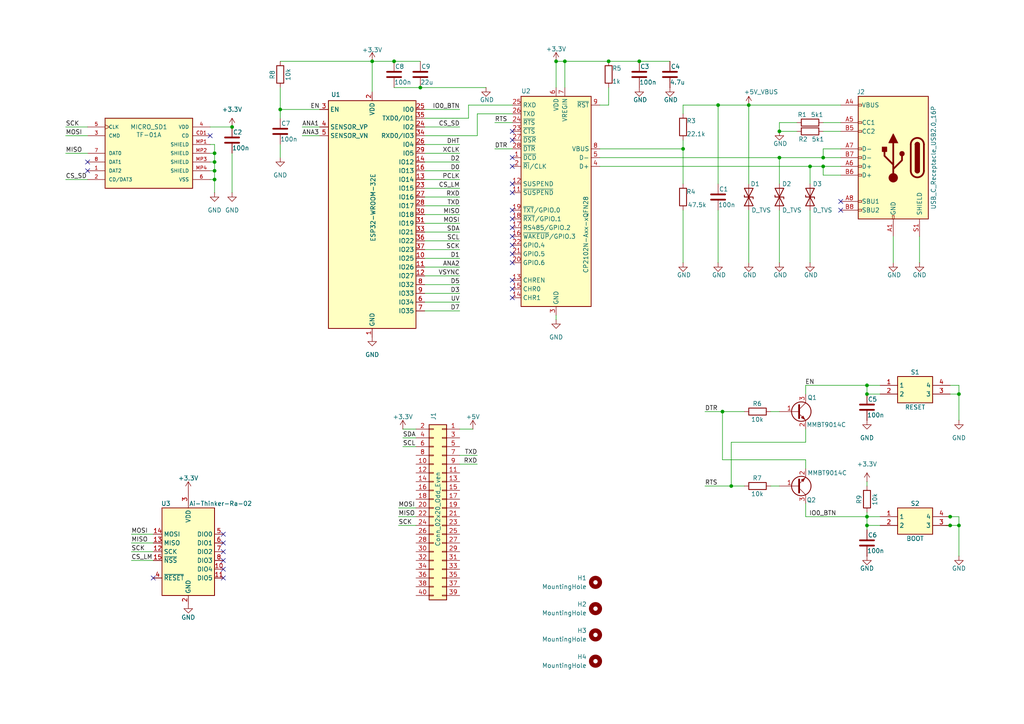
<source format=kicad_sch>
(kicad_sch (version 20231120) (generator "eeschema") (generator_version "8.0")
  (paper "A4")
  (title_block (title "EduSat OBC & Communications Board") (date "2024-08-22") (rev "0") (company "AfriOrbit EduSpace") (comment 1 "Power Electronics and PCB Engineer") (comment 2 "by Denis G. Wachira"))
  (lib_symbols
    (symbol "Connector:USB_C_Receptacle_USB2.0_16P" (pin_names (offset 1.016))
      (property "Reference" "J" (at 0 22.225 0))
      (property "Value" "USB_C_Receptacle_USB2.0_16P" (at 0 19.685 0))
      (symbol "USB_C_Receptacle_USB2.0_16P_1_1"
        (pin passive line (at 0 -22.86 90) (length 5.08) (name "GND") (number "A1"))
        (pin passive line (at 0 -22.86 90) (length 5.08) hide (name "GND") (number "A12"))
        (pin passive line (at 15.24 15.24 180) (length 5.08) (name "VBUS") (number "A4"))
        (pin bidirectional line (at 15.24 10.16 180) (length 5.08) (name "CC1") (number "A5"))
        (pin bidirectional line (at 15.24 -2.54 180) (length 5.08) (name "D+") (number "A6"))
        (pin bidirectional line (at 15.24 2.54 180) (length 5.08) (name "D-") (number "A7"))
        (pin bidirectional line (at 15.24 -12.7 180) (length 5.08) (name "SBU1") (number "A8"))
        (pin passive line (at 15.24 15.24 180) (length 5.08) hide (name "VBUS") (number "A9"))
        (pin passive line (at 0 -22.86 90) (length 5.08) hide (name "GND") (number "B1"))
        (pin passive line (at 0 -22.86 90) (length 5.08) hide (name "GND") (number "B12"))
        (pin passive line (at 15.24 15.24 180) (length 5.08) hide (name "VBUS") (number "B4"))
        (pin bidirectional line (at 15.24 7.62 180) (length 5.08) (name "CC2") (number "B5"))
        (pin bidirectional line (at 15.24 -5.08 180) (length 5.08) (name "D+") (number "B6"))
        (pin bidirectional line (at 15.24 0 180) (length 5.08) (name "D-") (number "B7"))
        (pin bidirectional line (at 15.24 -15.24 180) (length 5.08) (name "SBU2") (number "B8"))
        (pin passive line (at 15.24 15.24 180) (length 5.08) hide (name "VBUS") (number "B9"))
        (pin passive line (at -7.62 -22.86 90) (length 5.08) (name "SHIELD") (number "S1"))
      )
    )
    (symbol "Connector_Generic:Conn_02x20_Odd_Even" (pin_names (offset 1.016) hide)
      (property "Reference" "J" (at 1.27 25.4 0))
      (property "Value" "Conn_02x20_Odd_Even" (at 1.27 -27.94 0))
      (symbol "Conn_02x20_Odd_Even_1_1"
        (pin passive line (at -5.08 22.86 0) (length 3.81) (name "Pin_1") (number "1"))
        (pin passive line (at 7.62 12.7 180) (length 3.81) (name "Pin_10") (number "10"))
        (pin passive line (at -5.08 10.16 0) (length 3.81) (name "Pin_11") (number "11"))
        (pin passive line (at 7.62 10.16 180) (length 3.81) (name "Pin_12") (number "12"))
        (pin passive line (at -5.08 7.62 0) (length 3.81) (name "Pin_13") (number "13"))
        (pin passive line (at 7.62 7.62 180) (length 3.81) (name "Pin_14") (number "14"))
        (pin passive line (at -5.08 5.08 0) (length 3.81) (name "Pin_15") (number "15"))
        (pin passive line (at 7.62 5.08 180) (length 3.81) (name "Pin_16") (number "16"))
        (pin passive line (at -5.08 2.54 0) (length 3.81) (name "Pin_17") (number "17"))
        (pin passive line (at 7.62 2.54 180) (length 3.81) (name "Pin_18") (number "18"))
        (pin passive line (at -5.08 0 0) (length 3.81) (name "Pin_19") (number "19"))
        (pin passive line (at 7.62 22.86 180) (length 3.81) (name "Pin_2") (number "2"))
        (pin passive line (at 7.62 0 180) (length 3.81) (name "Pin_20") (number "20"))
        (pin passive line (at -5.08 -2.54 0) (length 3.81) (name "Pin_21") (number "21"))
        (pin passive line (at 7.62 -2.54 180) (length 3.81) (name "Pin_22") (number "22"))
        (pin passive line (at -5.08 -5.08 0) (length 3.81) (name "Pin_23") (number "23"))
        (pin passive line (at 7.62 -5.08 180) (length 3.81) (name "Pin_24") (number "24"))
        (pin passive line (at -5.08 -7.62 0) (length 3.81) (name "Pin_25") (number "25"))
        (pin passive line (at 7.62 -7.62 180) (length 3.81) (name "Pin_26") (number "26"))
        (pin passive line (at -5.08 -10.16 0) (length 3.81) (name "Pin_27") (number "27"))
        (pin passive line (at 7.62 -10.16 180) (length 3.81) (name "Pin_28") (number "28"))
        (pin passive line (at -5.08 -12.7 0) (length 3.81) (name "Pin_29") (number "29"))
        (pin passive line (at -5.08 20.32 0) (length 3.81) (name "Pin_3") (number "3"))
        (pin passive line (at 7.62 -12.7 180) (length 3.81) (name "Pin_30") (number "30"))
        (pin passive line (at -5.08 -15.24 0) (length 3.81) (name "Pin_31") (number "31"))
        (pin passive line (at 7.62 -15.24 180) (length 3.81) (name "Pin_32") (number "32"))
        (pin passive line (at -5.08 -17.78 0) (length 3.81) (name "Pin_33") (number "33"))
        (pin passive line (at 7.62 -17.78 180) (length 3.81) (name "Pin_34") (number "34"))
        (pin passive line (at -5.08 -20.32 0) (length 3.81) (name "Pin_35") (number "35"))
        (pin passive line (at 7.62 -20.32 180) (length 3.81) (name "Pin_36") (number "36"))
        (pin passive line (at -5.08 -22.86 0) (length 3.81) (name "Pin_37") (number "37"))
        (pin passive line (at 7.62 -22.86 180) (length 3.81) (name "Pin_38") (number "38"))
        (pin passive line (at -5.08 -25.4 0) (length 3.81) (name "Pin_39") (number "39"))
        (pin passive line (at 7.62 20.32 180) (length 3.81) (name "Pin_4") (number "4"))
        (pin passive line (at 7.62 -25.4 180) (length 3.81) (name "Pin_40") (number "40"))
        (pin passive line (at -5.08 17.78 0) (length 3.81) (name "Pin_5") (number "5"))
        (pin passive line (at 7.62 17.78 180) (length 3.81) (name "Pin_6") (number "6"))
        (pin passive line (at -5.08 15.24 0) (length 3.81) (name "Pin_7") (number "7"))
        (pin passive line (at 7.62 15.24 180) (length 3.81) (name "Pin_8") (number "8"))
        (pin passive line (at -5.08 12.7 0) (length 3.81) (name "Pin_9") (number "9"))
      )
    )
    (symbol "Device:C" (pin_numbers hide) (pin_names (offset 0.254))
      (property "Reference" "C" (at 0.635 2.54 0))
      (property "Value" "C" (at 0.635 -2.54 0))
      (symbol "C_1_1"
        (pin passive line (at 0 3.81 270) (length 2.794) (name "~") (number "1"))
        (pin passive line (at 0 -3.81 90) (length 2.794) (name "~") (number "2"))
      )
    )
    (symbol "Device:D_TVS" (pin_numbers hide) (pin_names (offset 1.016) hide)
      (property "Reference" "D" (at 0 2.54 0))
      (property "Value" "D_TVS" (at 0 -2.54 0))
      (symbol "D_TVS_1_1"
        (pin passive line (at -3.81 0 0) (length 2.54) (name "A1") (number "1"))
        (pin passive line (at 3.81 0 180) (length 2.54) (name "A2") (number "2"))
      )
    )
    (symbol "Device:R" (pin_numbers hide) (pin_names (offset 0))
      (property "Reference" "R" (at 2.032 0 90))
      (property "Value" "R" (at 0 0 90))
      (symbol "R_1_1"
        (pin passive line (at 0 3.81 270) (length 1.27) (name "~") (number "1"))
        (pin passive line (at 0 -3.81 90) (length 1.27) (name "~") (number "2"))
      )
    )
    (symbol "Interface_USB:CP2102N-Axx-xQFN28"
      (property "Reference" "U2" (at 7.366 32.004 0))
      (property "Value" "CP2102N-Axx-xQFN28" (at -8.636 -20.828 90))
      (symbol "CP2102N-Axx-xQFN28_1_1"
        (pin input line (at 12.7 12.7 180) (length 2.54) (name "~{DCD}") (number "1"))
        (pin no_connect line (at -10.16 -27.94 0) (length 2.54) hide (name "NC") (number "10"))
        (pin output line (at 12.7 2.54 180) (length 2.54) (name "~{SUSPEND}") (number "11"))
        (pin output line (at 12.7 5.08 180) (length 2.54) (name "SUSPEND") (number "12"))
        (pin output line (at 12.7 -22.86 180) (length 2.54) (name "CHREN") (number "13"))
        (pin output line (at 12.7 -27.94 180) (length 2.54) (name "CHR1") (number "14"))
        (pin output line (at 12.7 -25.4 180) (length 2.54) (name "CHR0") (number "15"))
        (pin bidirectional line (at 12.7 -10.16 180) (length 2.54) (name "~{WAKEUP}/GPIO.3") (number "16"))
        (pin bidirectional line (at 12.7 -7.62 180) (length 2.54) (name "RS485/GPIO.2") (number "17"))
        (pin bidirectional line (at 12.7 -5.08 180) (length 2.54) (name "~{RXT}/GPIO.1") (number "18"))
        (pin bidirectional line (at 12.7 -2.54 180) (length 2.54) (name "~{TXT}/GPIO.0") (number "19"))
        (pin bidirectional line (at 12.7 10.16 180) (length 2.54) (name "~{RI}/CLK") (number "2"))
        (pin bidirectional line (at 12.7 -17.78 180) (length 2.54) (name "GPIO.6") (number "20"))
        (pin bidirectional line (at 12.7 -15.24 180) (length 2.54) (name "GPIO.5") (number "21"))
        (pin bidirectional line (at 12.7 -12.7 180) (length 2.54) (name "GPIO.4") (number "22"))
        (pin input line (at 12.7 20.32 180) (length 2.54) (name "~{CTS}") (number "23"))
        (pin output line (at 12.7 22.86 180) (length 2.54) (name "~{RTS}") (number "24"))
        (pin input line (at 12.7 27.94 180) (length 2.54) (name "RXD") (number "25"))
        (pin output line (at 12.7 25.4 180) (length 2.54) (name "TXD") (number "26"))
        (pin input line (at 12.7 17.78 180) (length 2.54) (name "~{DSR}") (number "27"))
        (pin output line (at 12.7 15.24 180) (length 2.54) (name "~{DTR}") (number "28"))
        (pin passive line (at 0 -33.02 90) (length 2.54) hide (name "GND") (number "29"))
        (pin power_in line (at 0 -33.02 90) (length 2.54) (name "GND") (number "3"))
        (pin bidirectional line (at -12.7 10.16 0) (length 2.54) (name "D+") (number "4"))
        (pin bidirectional line (at -12.7 12.7 0) (length 2.54) (name "D-") (number "5"))
        (pin power_in line (at 0 33.02 270) (length 2.54) (name "VDD") (number "6"))
        (pin power_in line (at -2.54 33.02 270) (length 2.54) (name "VREGIN") (number "7"))
        (pin input line (at -12.7 15.24 0) (length 2.54) (name "VBUS") (number "8"))
        (pin input line (at -12.7 27.94 0) (length 2.54) (name "~{RST}") (number "9"))
      )
    )
    (symbol "Mechanical:MountingHole" (pin_names (offset 1.016))
      (property "Reference" "H" (at 0 5.08 0))
      (property "Value" "MountingHole" (at 0 3.175 0))
    )
    (symbol "PTS647SM50SMTR2LFS:PTS647SM50SMTR2LFS"
      (property "Reference" "S" (at 16.51 7.62 0))
      (property "Value" "PTS647SM50SMTR2LFS" (at 16.51 5.08 0))
      (symbol "PTS647SM50SMTR2LFS_1_1"
        (pin passive line (at 0 0 0) (length 5.08) (name "1") (number "1"))
        (pin passive line (at 0 -2.54 0) (length 5.08) (name "2") (number "2"))
        (pin passive line (at 20.32 -2.54 180) (length 5.08) (name "3") (number "3"))
        (pin passive line (at 20.32 0 180) (length 5.08) (name "4") (number "4"))
      )
    )
    (symbol "RF_Module:Ai-Thinker-Ra-02"
      (property "Reference" "U" (at 2.54 19.05 0))
      (property "Value" "Ai-Thinker-Ra-02" (at 13.97 -15.24 0))
      (symbol "Ai-Thinker-Ra-02_1_1"
        (pin passive line (at 0 -15.24 90) (length 2.54) hide (name "GND") (number "1"))
        (pin bidirectional line (at 10.16 -5.08 180) (length 2.54) (name "DIO4") (number "10"))
        (pin bidirectional line (at 10.16 -7.62 180) (length 2.54) (name "DIO5") (number "11"))
        (pin input line (at -10.16 0 0) (length 2.54) (name "SCK") (number "12"))
        (pin output line (at -10.16 2.54 0) (length 2.54) (name "MISO") (number "13"))
        (pin input line (at -10.16 5.08 0) (length 2.54) (name "MOSI") (number "14"))
        (pin input line (at -10.16 -2.54 0) (length 2.54) (name "~{NSS}") (number "15"))
        (pin passive line (at 0 -15.24 90) (length 2.54) hide (name "GND") (number "16"))
        (pin power_in line (at 0 -15.24 90) (length 2.54) (name "GND") (number "2"))
        (pin power_in line (at 0 17.78 270) (length 5.08) (name "VDD") (number "3"))
        (pin input line (at -10.16 -7.62 0) (length 2.54) (name "~{RESET}") (number "4"))
        (pin bidirectional line (at 10.16 5.08 180) (length 2.54) (name "DIO0") (number "5"))
        (pin bidirectional line (at 10.16 2.54 180) (length 2.54) (name "DIO1") (number "6"))
        (pin bidirectional line (at 10.16 0 180) (length 2.54) (name "DIO2") (number "7"))
        (pin bidirectional line (at 10.16 -2.54 180) (length 2.54) (name "DIO3") (number "8"))
        (pin passive line (at 0 -15.24 90) (length 2.54) hide (name "GND") (number "9"))
      )
    )
    (symbol "RF_Module:ESP32-WROOM-32E"
      (property "Reference" "U" (at -12.7 34.29 0))
      (property "Value" "ESP32-WROOM-32E" (at 1.27 34.29 0))
      (symbol "ESP32-WROOM-32E_1_1"
        (pin power_in line (at 0 -35.56 90) (length 2.54) (name "GND") (number "1"))
        (pin bidirectional line (at 15.24 -12.7 180) (length 2.54) (name "IO25") (number "10"))
        (pin bidirectional line (at 15.24 -15.24 180) (length 2.54) (name "IO26") (number "11"))
        (pin bidirectional line (at 15.24 -17.78 180) (length 2.54) (name "IO27") (number "12"))
        (pin bidirectional line (at 15.24 10.16 180) (length 2.54) (name "IO14") (number "13"))
        (pin bidirectional line (at 15.24 15.24 180) (length 2.54) (name "IO12") (number "14"))
        (pin passive line (at 0 -35.56 90) (length 2.54) hide (name "GND") (number "15"))
        (pin bidirectional line (at 15.24 12.7 180) (length 2.54) (name "IO13") (number "16"))
        (pin no_connect line (at -12.7 -5.08 0) (length 2.54) hide (name "NC") (number "17"))
        (pin no_connect line (at -12.7 -7.62 0) (length 2.54) hide (name "NC") (number "18"))
        (pin no_connect line (at -12.7 -12.7 0) (length 2.54) hide (name "NC") (number "19"))
        (pin power_in line (at 0 35.56 270) (length 2.54) (name "VDD") (number "2"))
        (pin no_connect line (at -12.7 -10.16 0) (length 2.54) hide (name "NC") (number "20"))
        (pin no_connect line (at -12.7 0 0) (length 2.54) hide (name "NC") (number "21"))
        (pin no_connect line (at -12.7 -2.54 0) (length 2.54) hide (name "NC") (number "22"))
        (pin bidirectional line (at 15.24 7.62 180) (length 2.54) (name "IO15") (number "23"))
        (pin bidirectional line (at 15.24 25.4 180) (length 2.54) (name "IO2") (number "24"))
        (pin bidirectional line (at 15.24 30.48 180) (length 2.54) (name "IO0") (number "25"))
        (pin bidirectional line (at 15.24 20.32 180) (length 2.54) (name "IO4") (number "26"))
        (pin bidirectional line (at 15.24 5.08 180) (length 2.54) (name "IO16") (number "27"))
        (pin bidirectional line (at 15.24 2.54 180) (length 2.54) (name "IO17") (number "28"))
        (pin bidirectional line (at 15.24 17.78 180) (length 2.54) (name "IO5") (number "29"))
        (pin input line (at -15.24 30.48 0) (length 2.54) (name "EN") (number "3"))
        (pin bidirectional line (at 15.24 0 180) (length 2.54) (name "IO18") (number "30"))
        (pin bidirectional line (at 15.24 -2.54 180) (length 2.54) (name "IO19") (number "31"))
        (pin no_connect line (at -12.7 -27.94 0) (length 2.54) hide (name "NC") (number "32"))
        (pin bidirectional line (at 15.24 -5.08 180) (length 2.54) (name "IO21") (number "33"))
        (pin bidirectional line (at 15.24 22.86 180) (length 2.54) (name "RXD0/IO3") (number "34"))
        (pin bidirectional line (at 15.24 27.94 180) (length 2.54) (name "TXD0/IO1") (number "35"))
        (pin bidirectional line (at 15.24 -7.62 180) (length 2.54) (name "IO22") (number "36"))
        (pin bidirectional line (at 15.24 -10.16 180) (length 2.54) (name "IO23") (number "37"))
        (pin passive line (at 0 -35.56 90) (length 2.54) hide (name "GND") (number "38"))
        (pin passive line (at 0 -35.56 90) (length 2.54) hide (name "GND") (number "39"))
        (pin input line (at -15.24 25.4 0) (length 2.54) (name "SENSOR_VP") (number "4"))
        (pin input line (at -15.24 22.86 0) (length 2.54) (name "SENSOR_VN") (number "5"))
        (pin input line (at 15.24 -25.4 180) (length 2.54) (name "IO34") (number "6"))
        (pin input line (at 15.24 -27.94 180) (length 2.54) (name "IO35") (number "7"))
        (pin bidirectional line (at 15.24 -20.32 180) (length 2.54) (name "IO32") (number "8"))
        (pin bidirectional line (at 15.24 -22.86 180) (length 2.54) (name "IO33") (number "9"))
      )
    )
    (symbol "TF-01A:TF-01A" (pin_names (offset 1.016))
      (property "Reference" "MICRO_SD1" (at 0 15.24 0))
      (property "Value" "TF-01A" (at 0 12.7 0))
      (symbol "TF-01A_0_0"
        (pin bidirectional line (at -17.78 -5.08 0) (length 5.08) (name "DAT2") (number "1"))
        (pin bidirectional line (at -17.78 -7.62 0) (length 5.08) (name "CD/DAT3") (number "2"))
        (pin bidirectional line (at -17.78 5.08 0) (length 5.08) (name "CMD") (number "3"))
        (pin power_in line (at 17.78 7.62 180) (length 5.08) (name "VDD") (number "4"))
        (pin bidirectional clock (at -17.78 7.62 0) (length 5.08) (name "CLK") (number "5"))
        (pin power_in line (at 17.78 -7.62 180) (length 5.08) (name "VSS") (number "6"))
        (pin bidirectional line (at -17.78 0 0) (length 5.08) (name "DAT0") (number "7"))
        (pin bidirectional line (at -17.78 -2.54 0) (length 5.08) (name "DAT1") (number "8"))
        (pin passive line (at 17.78 5.08 180) (length 5.08) (name "CD") (number "CD1"))
        (pin power_in line (at 17.78 2.54 180) (length 5.08) (name "SHIELD") (number "MP1"))
        (pin power_in line (at 17.78 0 180) (length 5.08) (name "SHIELD") (number "MP2"))
        (pin power_in line (at 17.78 -2.54 180) (length 5.08) (name "SHIELD") (number "MP3"))
        (pin power_in line (at 17.78 -5.08 180) (length 5.08) (name "SHIELD") (number "MP4"))
      )
    )
    (symbol "Transistor_BJT:BC848" (pin_names (offset 0) hide)
      (property "Reference" "Q" (at 5.08 1.905 0))
      (property "Value" "BC848" (at 5.08 0 0))
      (symbol "BC848_1_1"
        (pin input line (at -5.08 0 0) (length 5.715) (name "B") (number "1"))
        (pin passive line (at 2.54 -5.08 90) (length 2.54) (name "E") (number "2"))
        (pin passive line (at 2.54 5.08 270) (length 2.54) (name "C") (number "3"))
      )
    )
    (symbol "power:+3.3V" (power) (pin_numbers hide) (pin_names (offset 0) hide)
      (property "Value" "+3.3V" (at 0 3.556 0))
      (symbol "+3.3V_1_1"
        (pin power_in line (at 0 0 90) (length 0) (name "~") (number "1"))
      )
    )
    (symbol "power:+5V" (power) (pin_numbers hide) (pin_names (offset 0) hide)
      (property "Value" "+5V" (at 0 3.556 0))
      (symbol "+5V_1_1"
        (pin power_in line (at 0 0 90) (length 0) (name "~") (number "1"))
      )
    )
    (symbol "power:GND" (power) (pin_numbers hide) (pin_names (offset 0) hide)
      (property "Value" "GND" (at 0 -3.81 0))
      (symbol "GND_1_1"
        (pin power_in line (at 0 0 270) (length 0) (name "~") (number "1"))
      )
    )
    (symbol "power:VBUS" (power) (pin_numbers hide) (pin_names (offset 0) hide)
      (property "Value" "VBUS" (at 0 3.556 0))
      (symbol "VBUS_1_1"
        (pin power_in line (at 0 0 90) (length 0) (name "~") (number "1"))
      )
    )
  )
  (junction (at 251.46 111.76))
  (junction (at 238.76 48.26))
  (junction (at 278.13 152.4))
  (junction (at 209.55 119.38))
  (junction (at 251.46 149.86))
  (junction (at 176.53 17.78))
  (junction (at 163.83 17.78))
  (junction (at 278.13 114.3))
  (junction (at 208.28 30.48))
  (junction (at 67.31 36.83))
  (junction (at 161.29 17.78))
  (junction (at 62.23 52.07))
  (junction (at 226.06 45.72))
  (junction (at 234.95 48.26))
  (junction (at 198.12 43.18))
  (junction (at 238.76 45.72))
  (junction (at 251.46 114.3))
  (junction (at 114.3 17.78))
  (junction (at 81.28 31.75))
  (junction (at 107.95 17.78))
  (junction (at 226.06 38.1))
  (junction (at 275.59 149.86))
  (junction (at 121.92 25.4))
  (junction (at 275.59 152.4))
  (junction (at 185.42 17.78))
  (junction (at 62.23 46.99))
  (junction (at 62.23 44.45))
  (junction (at 217.17 30.48))
  (junction (at 62.23 49.53))
  (junction (at 251.46 152.4))
  (junction (at 212.09 140.97))
  (no_connect (at 60.96 39.37))
  (no_connect (at 148.59 55.88))
  (no_connect (at 148.59 81.28))
  (no_connect (at 64.77 157.48))
  (no_connect (at 25.4 46.99))
  (no_connect (at 64.77 165.1))
  (no_connect (at 148.59 60.96))
  (no_connect (at 64.77 162.56))
  (no_connect (at 243.84 60.96))
  (no_connect (at 148.59 71.12))
  (no_connect (at 25.4 49.53))
  (no_connect (at 243.84 58.42))
  (no_connect (at 148.59 40.64))
  (no_connect (at 44.45 167.64))
  (no_connect (at 148.59 38.1))
  (no_connect (at 148.59 45.72))
  (no_connect (at 64.77 160.02))
  (no_connect (at 148.59 83.82))
  (no_connect (at 64.77 167.64))
  (no_connect (at 64.77 154.94))
  (no_connect (at 148.59 68.58))
  (no_connect (at 148.59 73.66))
  (no_connect (at 148.59 86.36))
  (no_connect (at 148.59 48.26))
  (no_connect (at 148.59 76.2))
  (no_connect (at 148.59 63.5))
  (no_connect (at 148.59 66.04))
  (no_connect (at 148.59 53.34))
  (wire (pts (xy 251.46 148.59) (xy 251.46 149.86)))
  (wire (pts (xy 204.47 119.38) (xy 209.55 119.38)))
  (wire (pts (xy 278.13 111.76) (xy 278.13 114.3)))
  (wire (pts (xy 233.68 133.35) (xy 233.68 135.89)))
  (wire (pts (xy 176.53 17.78) (xy 185.42 17.78)))
  (wire (pts (xy 123.19 54.61) (xy 133.35 54.61)))
  (wire (pts (xy 81.28 31.75) (xy 92.71 31.75)))
  (wire (pts (xy 278.13 114.3) (xy 278.13 121.92)))
  (wire (pts (xy 226.06 35.56) (xy 226.06 38.1)))
  (wire (pts (xy 173.99 43.18) (xy 198.12 43.18)))
  (wire (pts (xy 226.06 45.72) (xy 226.06 53.34)))
  (wire (pts (xy 121.92 25.4) (xy 140.97 25.4)))
  (wire (pts (xy 226.06 45.72) (xy 238.76 45.72)))
  (wire (pts (xy 135.89 30.48) (xy 148.59 30.48)))
  (wire (pts (xy 208.28 60.96) (xy 208.28 76.2)))
  (wire (pts (xy 238.76 43.18) (xy 238.76 45.72)))
  (wire (pts (xy 238.76 50.8) (xy 238.76 48.26)))
  (wire (pts (xy 212.09 140.97) (xy 215.9 140.97)))
  (wire (pts (xy 163.83 17.78) (xy 176.53 17.78)))
  (wire (pts (xy 107.95 17.78) (xy 107.95 26.67)))
  (wire (pts (xy 123.19 52.07) (xy 133.35 52.07)))
  (wire (pts (xy 19.05 36.83) (xy 25.4 36.83)))
  (wire (pts (xy 198.12 30.48) (xy 198.12 33.02)))
  (wire (pts (xy 123.19 41.91) (xy 133.35 41.91)))
  (wire (pts (xy 238.76 45.72) (xy 243.84 45.72)))
  (wire (pts (xy 275.59 149.86) (xy 278.13 149.86)))
  (wire (pts (xy 115.57 149.86) (xy 120.65 149.86)))
  (wire (pts (xy 217.17 30.48) (xy 243.84 30.48)))
  (wire (pts (xy 123.19 46.99) (xy 133.35 46.99)))
  (wire (pts (xy 123.19 57.15) (xy 133.35 57.15)))
  (wire (pts (xy 234.95 48.26) (xy 234.95 53.34)))
  (wire (pts (xy 133.35 134.62) (xy 138.43 134.62)))
  (wire (pts (xy 233.68 114.3) (xy 233.68 111.76)))
  (wire (pts (xy 19.05 52.07) (xy 25.4 52.07)))
  (wire (pts (xy 62.23 52.07) (xy 62.23 55.88)))
  (wire (pts (xy 107.95 17.78) (xy 81.28 17.78)))
  (wire (pts (xy 161.29 17.78) (xy 163.83 17.78)))
  (wire (pts (xy 209.55 133.35) (xy 209.55 119.38)))
  (wire (pts (xy 114.3 25.4) (xy 121.92 25.4)))
  (wire (pts (xy 133.35 132.08) (xy 138.43 132.08)))
  (wire (pts (xy 274.32 152.4) (xy 275.59 152.4)))
  (wire (pts (xy 173.99 45.72) (xy 226.06 45.72)))
  (wire (pts (xy 233.68 149.86) (xy 251.46 149.86)))
  (wire (pts (xy 137.16 124.46) (xy 133.35 124.46)))
  (wire (pts (xy 116.84 129.54) (xy 120.65 129.54)))
  (wire (pts (xy 123.19 44.45) (xy 133.35 44.45)))
  (wire (pts (xy 123.19 80.01) (xy 133.35 80.01)))
  (wire (pts (xy 62.23 49.53) (xy 62.23 52.07)))
  (wire (pts (xy 208.28 30.48) (xy 208.28 53.34)))
  (wire (pts (xy 259.08 68.58) (xy 259.08 76.2)))
  (wire (pts (xy 38.1 157.48) (xy 44.45 157.48)))
  (wire (pts (xy 243.84 38.1) (xy 238.76 38.1)))
  (wire (pts (xy 233.68 128.27) (xy 212.09 128.27)))
  (wire (pts (xy 233.68 128.27) (xy 233.68 124.46)))
  (wire (pts (xy 60.96 41.91) (xy 62.23 41.91)))
  (wire (pts (xy 123.19 72.39) (xy 133.35 72.39)))
  (wire (pts (xy 278.13 114.3) (xy 275.59 114.3)))
  (wire (pts (xy 198.12 40.64) (xy 198.12 43.18)))
  (wire (pts (xy 274.32 149.86) (xy 275.59 149.86)))
  (wire (pts (xy 251.46 152.4) (xy 255.27 152.4)))
  (wire (pts (xy 278.13 152.4) (xy 278.13 161.29)))
  (wire (pts (xy 67.31 44.45) (xy 67.31 55.88)))
  (wire (pts (xy 173.99 30.48) (xy 176.53 30.48)))
  (wire (pts (xy 173.99 48.26) (xy 234.95 48.26)))
  (wire (pts (xy 60.96 44.45) (xy 62.23 44.45)))
  (wire (pts (xy 38.1 154.94) (xy 44.45 154.94)))
  (wire (pts (xy 275.59 111.76) (xy 278.13 111.76)))
  (wire (pts (xy 123.19 62.23) (xy 133.35 62.23)))
  (wire (pts (xy 123.19 87.63) (xy 133.35 87.63)))
  (wire (pts (xy 123.19 31.75) (xy 133.35 31.75)))
  (wire (pts (xy 81.28 41.91) (xy 81.28 45.72)))
  (wire (pts (xy 38.1 160.02) (xy 44.45 160.02)))
  (wire (pts (xy 123.19 85.09) (xy 133.35 85.09)))
  (wire (pts (xy 143.51 43.18) (xy 148.59 43.18)))
  (wire (pts (xy 123.19 82.55) (xy 133.35 82.55)))
  (wire (pts (xy 123.19 69.85) (xy 133.35 69.85)))
  (wire (pts (xy 233.68 111.76) (xy 251.46 111.76)))
  (wire (pts (xy 243.84 35.56) (xy 238.76 35.56)))
  (wire (pts (xy 19.05 44.45) (xy 25.4 44.45)))
  (wire (pts (xy 148.59 33.02) (xy 138.43 33.02)))
  (wire (pts (xy 38.1 162.56) (xy 44.45 162.56)))
  (wire (pts (xy 115.57 152.4) (xy 120.65 152.4)))
  (wire (pts (xy 234.95 60.96) (xy 234.95 76.2)))
  (wire (pts (xy 204.47 140.97) (xy 212.09 140.97)))
  (wire (pts (xy 226.06 38.1) (xy 231.14 38.1)))
  (wire (pts (xy 161.29 25.4) (xy 161.29 17.78)))
  (wire (pts (xy 123.19 64.77) (xy 133.35 64.77)))
  (wire (pts (xy 223.52 119.38) (xy 226.06 119.38)))
  (wire (pts (xy 123.19 67.31) (xy 133.35 67.31)))
  (wire (pts (xy 107.95 17.78) (xy 114.3 17.78)))
  (wire (pts (xy 251.46 114.3) (xy 251.46 111.76)))
  (wire (pts (xy 123.19 34.29) (xy 135.89 34.29)))
  (wire (pts (xy 62.23 44.45) (xy 62.23 46.99)))
  (wire (pts (xy 115.57 147.32) (xy 120.65 147.32)))
  (wire (pts (xy 120.65 124.46) (xy 116.84 124.46)))
  (wire (pts (xy 114.3 17.78) (xy 121.92 17.78)))
  (wire (pts (xy 212.09 128.27) (xy 212.09 140.97)))
  (wire (pts (xy 198.12 30.48) (xy 208.28 30.48)))
  (wire (pts (xy 251.46 111.76) (xy 255.27 111.76)))
  (wire (pts (xy 266.7 68.58) (xy 266.7 76.2)))
  (wire (pts (xy 223.52 140.97) (xy 226.06 140.97)))
  (wire (pts (xy 135.89 34.29) (xy 135.89 30.48)))
  (wire (pts (xy 208.28 30.48) (xy 217.17 30.48)))
  (wire (pts (xy 87.63 36.83) (xy 92.71 36.83)))
  (wire (pts (xy 62.23 46.99) (xy 62.23 49.53)))
  (wire (pts (xy 123.19 36.83) (xy 133.35 36.83)))
  (wire (pts (xy 217.17 53.34) (xy 217.17 30.48)))
  (wire (pts (xy 62.23 41.91) (xy 62.23 44.45)))
  (wire (pts (xy 123.19 74.93) (xy 133.35 74.93)))
  (wire (pts (xy 251.46 139.7) (xy 251.46 140.97)))
  (wire (pts (xy 243.84 43.18) (xy 238.76 43.18)))
  (wire (pts (xy 87.63 39.37) (xy 92.71 39.37)))
  (wire (pts (xy 234.95 48.26) (xy 238.76 48.26)))
  (wire (pts (xy 251.46 152.4) (xy 251.46 153.67)))
  (wire (pts (xy 123.19 90.17) (xy 133.35 90.17)))
  (wire (pts (xy 176.53 30.48) (xy 176.53 25.4)))
  (wire (pts (xy 238.76 48.26) (xy 243.84 48.26)))
  (wire (pts (xy 233.68 133.35) (xy 209.55 133.35)))
  (wire (pts (xy 123.19 77.47) (xy 133.35 77.47)))
  (wire (pts (xy 60.96 52.07) (xy 62.23 52.07)))
  (wire (pts (xy 143.51 35.56) (xy 148.59 35.56)))
  (wire (pts (xy 275.59 152.4) (xy 278.13 152.4)))
  (wire (pts (xy 138.43 33.02) (xy 138.43 39.37)))
  (wire (pts (xy 251.46 149.86) (xy 251.46 152.4)))
  (wire (pts (xy 226.06 60.96) (xy 226.06 76.2)))
  (wire (pts (xy 60.96 46.99) (xy 62.23 46.99)))
  (wire (pts (xy 233.68 149.86) (xy 233.68 146.05)))
  (wire (pts (xy 161.29 91.44) (xy 161.29 92.71)))
  (wire (pts (xy 217.17 60.96) (xy 217.17 76.2)))
  (wire (pts (xy 123.19 59.69) (xy 133.35 59.69)))
  (wire (pts (xy 251.46 149.86) (xy 255.27 149.86)))
  (wire (pts (xy 60.96 49.53) (xy 62.23 49.53)))
  (wire (pts (xy 226.06 35.56) (xy 231.14 35.56)))
  (wire (pts (xy 198.12 60.96) (xy 198.12 76.2)))
  (wire (pts (xy 198.12 43.18) (xy 198.12 53.34)))
  (wire (pts (xy 138.43 39.37) (xy 123.19 39.37)))
  (wire (pts (xy 123.19 49.53) (xy 133.35 49.53)))
  (wire (pts (xy 19.05 39.37) (xy 25.4 39.37)))
  (wire (pts (xy 278.13 149.86) (xy 278.13 152.4)))
  (wire (pts (xy 81.28 34.29) (xy 81.28 31.75)))
  (wire (pts (xy 209.55 119.38) (xy 215.9 119.38)))
  (wire (pts (xy 81.28 25.4) (xy 81.28 31.75)))
  (wire (pts (xy 185.42 17.78) (xy 194.31 17.78)))
  (wire (pts (xy 60.96 36.83) (xy 67.31 36.83)))
  (wire (pts (xy 243.84 50.8) (xy 238.76 50.8)))
  (wire (pts (xy 255.27 114.3) (xy 251.46 114.3)))
  (wire (pts (xy 116.84 127) (xy 120.65 127)))
  (wire (pts (xy 163.83 25.4) (xy 163.83 17.78)))
  (label "CS_SD" (at 19.05 52.07 0))
  (label "DHT" (at 133.35 41.91 180))
  (label "SCL" (at 116.84 129.54 0))
  (label "RXD" (at 138.43 134.62 180))
  (label "CS_SD" (at 133.35 36.83 180))
  (label "SCK" (at 115.57 152.4 0))
  (label "MOSI" (at 133.35 64.77 180))
  (label "MOSI" (at 115.57 147.32 0))
  (label "EN" (at 236.22 111.76 180))
  (label "MOSI" (at 38.1 154.94 0))
  (label "DTR" (at 143.51 43.18 0))
  (label "SDA" (at 116.84 127 0))
  (label "ANA2" (at 133.35 77.47 180))
  (label "SCK" (at 133.35 72.39 180))
  (label "MISO" (at 19.05 44.45 0))
  (label "SCK" (at 19.05 36.83 0))
  (label "D5" (at 133.35 82.55 180))
  (label "VSYNC" (at 133.35 80.01 180))
  (label "EN" (at 92.71 31.75 180))
  (label "RTS" (at 204.47 140.97 0))
  (label "SDA" (at 133.35 67.31 180))
  (label "SCL" (at 133.35 69.85 180))
  (label "UV" (at 133.35 87.63 180))
  (label "D3" (at 133.35 85.09 180))
  (label "MISO" (at 133.35 62.23 180))
  (label "XCLK" (at 133.35 44.45 180))
  (label "CS_LM" (at 133.35 54.61 180))
  (label "D7" (at 133.35 90.17 180))
  (label "TXD" (at 138.43 132.08 180))
  (label "ANA1" (at 87.63 36.83 0))
  (label "PCLK" (at 133.35 52.07 180))
  (label "RTS" (at 143.51 35.56 0))
  (label "SCK" (at 38.1 160.02 0))
  (label "DTR" (at 204.47 119.38 0))
  (label "D2" (at 133.35 46.99 180))
  (label "CS_LM" (at 38.1 162.56 0))
  (label "MISO" (at 115.57 149.86 0))
  (label "MOSI" (at 19.05 39.37 0))
  (label "IO0_BTN" (at 133.35 31.75 180))
  (label "D0" (at 133.35 49.53 180))
  (label "ANA3" (at 87.63 39.37 0))
  (label "MISO" (at 38.1 157.48 0))
  (label "RXD" (at 133.35 57.15 180))
  (label "TXD" (at 133.35 59.69 180))
  (label "D1" (at 133.35 74.93 180))
  (label "IO0_BTN" (at 242.57 149.86 180))
  (symbol (lib_id "PTS647SM50SMTR2LFS:PTS647SM50SMTR2LFS") (at 255.27 111.76 0) (unit 1)
    (property "Reference" "S1" (at 265.43 107.95 0))
    (property "Value" "RESET" (at 265.43 118.11 0))
    (property "Footprint" "KiCad:PTS647SM50SMTR2LFS" (effects (hide yes)))
    (property "Datasheet" "https://www.ckswitches.com/media/2567/pts647.pdf" (effects (hide yes)))
    (property "Description" "Tactile Switches 50mA 12VDC, 1.8N 5.0mm H, G leads" (effects (hide yes)))
    (property "Height" "5.25" (effects (hide yes)))
    (property "Manufacturer_Name" "C & K COMPONENTS" (effects (hide yes)))
    (property "Manufacturer_Part_Number" "PTS647SM50SMTR2LFS" (effects (hide yes)))
    (property "Mouser Part Number" "611-PTS647SM50SMTR2L" (effects (hide yes)))
    (property "Mouser Price/Stock" "https://www.mouser.co.uk/ProductDetail/CK/PTS647SM50SMTR2LFS?qs=PqoDHHvF64%252BjK4ZB7f42kw%3D%3D" (effects (hide yes)))
    (property "Arrow Part Number" "PTS647SM50SMTR2LFS" (effects (hide yes)))
    (property "Arrow Price/Stock" "https://www.arrow.com/en/products/pts-647-sm50-smtr2-lfs/ck?region=europe" (effects (hide yes)))
  )
  (symbol (lib_id "power:GND") (at 278.13 121.92 0) (unit 1)
    (property "Reference" "#PWR022" (effects (hide yes)))
    (property "Value" "GND" (at 278.13 127 0))
    (property "Description" "Power symbol creates a global label with name \"GND\" , ground" (effects (hide yes)))
  )
  (symbol (lib_id "Device:R") (at 219.71 140.97 90) (unit 1)
    (property "Reference" "R7" (at 220.98 138.684 90) (effects (justify left)))
    (property "Value" "10k" (at 221.488 143.256 90) (effects (justify left)))
    (property "Footprint" "Resistor_SMD:R_0805_2012Metric_Pad1.20x1.40mm_HandSolder" (effects (hide yes)))
    (property "Description" "Resistor" (effects (hide yes)))
  )
  (symbol (lib_id "Connector:USB_C_Receptacle_USB2.0_16P") (at 259.08 45.72 0) (mirror y) (unit 1)
    (property "Reference" "J2" (at 249.682 26.67 0))
    (property "Value" "USB_C_Receptacle_USB2.0_16P" (at 270.764 45.72 90))
    (property "Footprint" "Connector_USB:USB_C_Receptacle_XKB_U262-16XN-4BVC11" (effects (hide yes)))
    (property "Datasheet" "https://www.usb.org/sites/default/files/documents/usb_type-c.zip" (effects (hide yes)))
    (property "Description" "USB 2.0-only 16P Type-C Receptacle connector" (effects (hide yes)))
  )
  (symbol (lib_id "Device:C") (at 251.46 157.48 0) (unit 1)
    (property "Reference" "C6" (at 251.714 155.194 0) (effects (justify left)))
    (property "Value" "100n" (at 251.46 159.766 0) (effects (justify left)))
    (property "Footprint" "Capacitor_SMD:C_0805_2012Metric" (effects (hide yes)))
    (property "Description" "Unpolarized capacitor" (effects (hide yes)))
  )
  (symbol (lib_id "Mechanical:MountingHole") (at 172.72 176.53 0) (mirror y) (unit 1)
    (property "Reference" "H2" (at 170.18 175.2599 0) (effects (justify left)))
    (property "Value" "MountingHole" (at 170.18 177.7999 0) (effects (justify left)))
    (property "Footprint" "MountingHole:MountingHole_3.2mm_M3" (effects (hide yes)))
    (property "Description" "Mounting Hole without connection" (effects (hide yes)))
  )
  (symbol (lib_id "Device:C") (at 251.46 118.11 0) (unit 1)
    (property "Reference" "C5" (at 251.714 115.824 0) (effects (justify left)))
    (property "Value" "100n" (at 251.46 120.396 0) (effects (justify left)))
    (property "Footprint" "Capacitor_SMD:C_0805_2012Metric" (effects (hide yes)))
    (property "Description" "Unpolarized capacitor" (effects (hide yes)))
  )
  (symbol (lib_id "Device:C") (at 67.31 40.64 0) (unit 1)
    (property "Reference" "C2" (at 67.564 38.354 0) (effects (justify left)))
    (property "Value" "100n" (at 67.31 42.926 0) (effects (justify left)))
    (property "Footprint" "Capacitor_SMD:C_0805_2012Metric" (effects (hide yes)))
    (property "Description" "Unpolarized capacitor" (effects (hide yes)))
  )
  (symbol (lib_id "power:GND") (at 140.97 25.4 0) (unit 1)
    (property "Reference" "#PWR029" (effects (hide yes)))
    (property "Value" "GND" (at 141.224 28.956 0))
    (property "Description" "Power symbol creates a global label with name \"GND\" , ground" (effects (hide yes)))
  )
  (symbol (lib_id "power:GND") (at 226.06 38.1 0) (unit 1)
    (property "Reference" "#PWR05" (effects (hide yes)))
    (property "Value" "GND" (at 226.314 41.656 0))
    (property "Description" "Power symbol creates a global label with name \"GND\" , ground" (effects (hide yes)))
  )
  (symbol (lib_id "Transistor_BJT:BC848") (at 231.14 140.97 0) (mirror x) (unit 1)
    (property "Reference" "Q2" (at 233.934 145.034 0) (effects (justify left)))
    (property "Value" "MMBT9014C" (at 234.188 137.16 0) (effects (justify left)))
    (property "Footprint" "Package_TO_SOT_SMD:SOT-23" (effects (hide yes)))
    (property "Datasheet" "https://www.lcsc.com/datasheet/lcsc_datasheet_2409291603_ST-Semtech-MMBT9014C_C90157.pdf" (effects (hide yes)))
    (property "Description" "0.1A Ic, 30V Vce, NPN Transistor, SOT-23" (effects (hide yes)))
  )
  (symbol (lib_id "power:+3.3V") (at 251.46 139.7 0) (unit 1)
    (property "Reference" "#PWR028" (effects (hide yes)))
    (property "Value" "+3.3V" (at 251.46 134.62 0))
    (property "Description" "Power symbol creates a global label with name \"+3.3V\"" (effects (hide yes)))
  )
  (symbol (lib_id "power:GND") (at 194.31 25.4 0) (unit 1)
    (property "Reference" "#PWR020" (effects (hide yes)))
    (property "Value" "GND" (at 194.564 28.956 0))
    (property "Description" "Power symbol creates a global label with name \"GND\" , ground" (effects (hide yes)))
  )
  (symbol (lib_id "power:GND") (at 67.31 55.88 0) (unit 1)
    (property "Reference" "#PWR014" (effects (hide yes)))
    (property "Value" "GND" (at 67.31 60.96 0))
    (property "Description" "Power symbol creates a global label with name \"GND\" , ground" (effects (hide yes)))
  )
  (symbol (lib_id "Device:R") (at 219.71 119.38 90) (unit 1)
    (property "Reference" "R6" (at 220.98 117.094 90) (effects (justify left)))
    (property "Value" "10k" (at 221.488 121.666 90) (effects (justify left)))
    (property "Footprint" "Resistor_SMD:R_0805_2012Metric_Pad1.20x1.40mm_HandSolder" (effects (hide yes)))
    (property "Description" "Resistor" (effects (hide yes)))
  )
  (symbol (lib_id "power:GND") (at 208.28 76.2 0) (unit 1)
    (property "Reference" "#PWR09" (effects (hide yes)))
    (property "Value" "GND" (at 208.534 79.756 0))
    (property "Description" "Power symbol creates a global label with name \"GND\" , ground" (effects (hide yes)))
  )
  (symbol (lib_id "Device:D_TVS") (at 217.17 57.15 90) (unit 1)
    (property "Reference" "D1" (at 217.678 53.34 90) (effects (justify right)))
    (property "Value" "D_TVS" (at 217.932 60.96 90) (effects (justify right)))
    (property "Footprint" "Diode_SMD:D_0603_1608Metric" (effects (hide yes)))
    (property "Description" "Bidirectional transient-voltage-suppression diode" (effects (hide yes)))
  )
  (symbol (lib_id "power:+3.3V") (at 116.84 124.46 0) (mirror y) (unit 1)
    (property "Reference" "#PWR011" (effects (hide yes)))
    (property "Value" "+3.3V" (at 116.84 120.904 0))
    (property "Description" "Power symbol creates a global label with name \"+3.3V\"" (effects (hide yes)))
  )
  (symbol (lib_id "Device:C") (at 194.31 21.59 0) (unit 1)
    (property "Reference" "C4" (at 194.564 19.304 0) (effects (justify left)))
    (property "Value" "4.7u" (at 194.31 23.876 0) (effects (justify left)))
    (property "Footprint" "Capacitor_SMD:C_0805_2012Metric" (effects (hide yes)))
    (property "Description" "Unpolarized capacitor" (effects (hide yes)))
  )
  (symbol (lib_id "Device:C") (at 114.3 21.59 0) (unit 1)
    (property "Reference" "C8" (at 114.554 19.304 0) (effects (justify left)))
    (property "Value" "100n" (at 114.3 23.876 0) (effects (justify left)))
    (property "Footprint" "Capacitor_SMD:C_0805_2012Metric" (effects (hide yes)))
    (property "Description" "Unpolarized capacitor" (effects (hide yes)))
  )
  (symbol (lib_id "Device:D_TVS") (at 234.95 57.15 90) (unit 1)
    (property "Reference" "D3" (at 235.712 53.34 90) (effects (justify right)))
    (property "Value" "D_TVS" (at 235.712 60.96 90) (effects (justify right)))
    (property "Footprint" "Diode_SMD:D_0603_1608Metric" (effects (hide yes)))
    (property "Description" "Bidirectional transient-voltage-suppression diode" (effects (hide yes)))
  )
  (symbol (lib_id "power:+5V") (at 137.16 124.46 0) (mirror y) (unit 1)
    (property "Reference" "#PWR012" (effects (hide yes)))
    (property "Value" "+5V" (at 137.16 120.904 0))
    (property "Description" "Power symbol creates a global label with name \"+5V\"" (effects (hide yes)))
  )
  (symbol (lib_id "power:+3.3V") (at 54.61 142.24 0) (mirror y) (unit 1)
    (property "Reference" "#PWR016" (effects (hide yes)))
    (property "Value" "+3.3V" (at 54.61 138.684 0))
    (property "Description" "Power symbol creates a global label with name \"+3.3V\"" (effects (hide yes)))
  )
  (symbol (lib_id "Device:D_TVS") (at 226.06 57.15 90) (unit 1)
    (property "Reference" "D2" (at 226.822 53.34 90) (effects (justify right)))
    (property "Value" "D_TVS" (at 226.822 60.96 90) (effects (justify right)))
    (property "Footprint" "Diode_SMD:D_0603_1608Metric" (effects (hide yes)))
    (property "Description" "Bidirectional transient-voltage-suppression diode" (effects (hide yes)))
  )
  (symbol (lib_id "power:VBUS") (at 217.17 30.48 0) (unit 1)
    (property "Reference" "#PWR06" (effects (hide yes)))
    (property "Value" "+5V_VBUS" (at 220.726 26.67 0))
    (property "Description" "Power symbol creates a global label with name \"VBUS\"" (effects (hide yes)))
  )
  (symbol (lib_id "power:GND") (at 278.13 161.29 0) (unit 1)
    (property "Reference" "#PWR025" (effects (hide yes)))
    (property "Value" "GND" (at 278.13 164.846 0))
    (property "Description" "Power symbol creates a global label with name \"GND\" , ground" (effects (hide yes)))
  )
  (symbol (lib_id "power:GND") (at 259.08 76.2 0) (unit 1)
    (property "Reference" "#PWR01" (effects (hide yes)))
    (property "Value" "GND" (at 259.334 79.756 0))
    (property "Description" "Power symbol creates a global label with name \"GND\" , ground" (effects (hide yes)))
  )
  (symbol (lib_id "Device:R") (at 176.53 21.59 0) (unit 1)
    (property "Reference" "R5" (at 177.546 19.812 0) (effects (justify left)))
    (property "Value" "1k" (at 177.546 23.622 0) (effects (justify left)))
    (property "Footprint" "Resistor_SMD:R_0805_2012Metric_Pad1.20x1.40mm_HandSolder" (effects (hide yes)))
    (property "Description" "Resistor" (effects (hide yes)))
  )
  (symbol (lib_id "Device:R") (at 81.28 21.59 180) (unit 1)
    (property "Reference" "R8" (at 78.994 20.32 90) (effects (justify left)))
    (property "Value" "10k" (at 83.566 19.812 90) (effects (justify left)))
    (property "Footprint" "Resistor_SMD:R_0805_2012Metric_Pad1.20x1.40mm_HandSolder" (effects (hide yes)))
    (property "Description" "Resistor" (effects (hide yes)))
  )
  (symbol (lib_id "Device:R") (at 198.12 36.83 0) (unit 1)
    (property "Reference" "R3" (at 199.136 35.052 0) (effects (justify left)))
    (property "Value" "22.1k" (at 199.136 38.862 0) (effects (justify left)))
    (property "Footprint" "Resistor_SMD:R_0805_2012Metric_Pad1.20x1.40mm_HandSolder" (effects (hide yes)))
    (property "Description" "Resistor" (effects (hide yes)))
  )
  (symbol (lib_id "power:GND") (at 198.12 76.2 0) (unit 1)
    (property "Reference" "#PWR010" (effects (hide yes)))
    (property "Value" "GND" (at 198.374 79.756 0))
    (property "Description" "Power symbol creates a global label with name \"GND\" , ground" (effects (hide yes)))
  )
  (symbol (lib_id "Device:C") (at 121.92 21.59 0) (unit 1)
    (property "Reference" "C9" (at 122.174 19.304 0) (effects (justify left)))
    (property "Value" "22u" (at 121.92 23.876 0) (effects (justify left)))
    (property "Footprint" "Capacitor_SMD:C_0805_2012Metric" (effects (hide yes)))
    (property "Description" "Unpolarized capacitor" (effects (hide yes)))
  )
  (symbol (lib_id "power:GND") (at 226.06 76.2 0) (unit 1)
    (property "Reference" "#PWR07" (effects (hide yes)))
    (property "Value" "GND" (at 226.314 79.756 0))
    (property "Description" "Power symbol creates a global label with name \"GND\" , ground" (effects (hide yes)))
  )
  (symbol (lib_id "power:GND") (at 266.7 76.2 0) (unit 1)
    (property "Reference" "#PWR03" (effects (hide yes)))
    (property "Value" "GND" (at 266.7 79.756 0))
    (property "Description" "Power symbol creates a global label with name \"GND\" , ground" (effects (hide yes)))
  )
  (symbol (lib_id "PTS647SM50SMTR2LFS:PTS647SM50SMTR2LFS") (at 255.27 149.86 0) (unit 1)
    (property "Reference" "S2" (at 265.43 146.05 0))
    (property "Value" "BOOT" (at 265.43 156.21 0))
    (property "Footprint" "KiCad:PTS647SM50SMTR2LFS" (effects (hide yes)))
    (property "Datasheet" "https://www.ckswitches.com/media/2567/pts647.pdf" (effects (hide yes)))
    (property "Description" "Tactile Switches 50mA 12VDC, 1.8N 5.0mm H, G leads" (effects (hide yes)))
    (property "Height" "5.25" (effects (hide yes)))
    (property "Manufacturer_Name" "C & K COMPONENTS" (effects (hide yes)))
    (property "Manufacturer_Part_Number" "PTS647SM50SMTR2LFS" (effects (hide yes)))
    (property "Mouser Part Number" "611-PTS647SM50SMTR2L" (effects (hide yes)))
    (property "Mouser Price/Stock" "https://www.mouser.co.uk/ProductDetail/CK/PTS647SM50SMTR2LFS?qs=PqoDHHvF64%252BjK4ZB7f42kw%3D%3D" (effects (hide yes)))
    (property "Arrow Part Number" "PTS647SM50SMTR2LFS" (effects (hide yes)))
    (property "Arrow Price/Stock" "https://www.arrow.com/en/products/pts-647-sm50-smtr2-lfs/ck?region=europe" (effects (hide yes)))
  )
  (symbol (lib_id "power:+3.3V") (at 161.29 17.78 0) (mirror y) (unit 1)
    (property "Reference" "#PWR021" (effects (hide yes)))
    (property "Value" "+3.3V" (at 161.29 14.224 0))
    (property "Description" "Power symbol creates a global label with name \"+3.3V\"" (effects (hide yes)))
  )
  (symbol (lib_id "power:GND") (at 62.23 55.88 0) (unit 1)
    (property "Reference" "#PWR013" (effects (hide yes)))
    (property "Value" "GND" (at 62.23 60.96 0))
    (property "Description" "Power symbol creates a global label with name \"GND\" , ground" (effects (hide yes)))
  )
  (symbol (lib_id "power:GND") (at 54.61 175.26 0) (unit 1)
    (property "Reference" "#PWR018" (effects (hide yes)))
    (property "Value" "GND" (at 54.61 179.07 0))
    (property "Description" "Power symbol creates a global label with name \"GND\" , ground" (effects (hide yes)))
  )
  (symbol (lib_id "TF-01A:TF-01A") (at 43.18 44.45 0) (unit 1)
    (property "Reference" "MICRO_SD1" (at 43.18 36.83 0))
    (property "Value" "TF-01A" (at 43.18 39.116 0))
    (property "Footprint" "TF-01A:TF-01A" (effects (hide yes)))
    (property "Description_1" "\nStandard Card Edge Connectors\n" (effects (hide yes)))
  )
  (symbol (lib_id "Mechanical:MountingHole") (at 172.72 191.77 0) (mirror y) (unit 1)
    (property "Reference" "H4" (at 170.18 190.4999 0) (effects (justify left)))
    (property "Value" "MountingHole" (at 170.18 193.0399 0) (effects (justify left)))
    (property "Footprint" "MountingHole:MountingHole_3.2mm_M3" (effects (hide yes)))
    (property "Description" "Mounting Hole without connection" (effects (hide yes)))
  )
  (symbol (lib_id "Connector_Generic:Conn_02x20_Odd_Even") (at 128.27 147.32 0) (mirror y) (unit 1)
    (property "Reference" "J1" (at 125.7299 121.92 90) (effects (justify left)))
    (property "Value" "Conn_02x20_Odd_Even" (at 127 158.496 90) (effects (justify left)))
    (property "Footprint" "Connector_PinSocket_2.54mm:PinSocket_2x20_P2.54mm_Vertical" (effects (hide yes)))
    (property "Description" "Generic connector, double row, 02x20, odd/even pin numbering scheme (row 1 odd numbers, row 2 even numbers), script generated (kicad-library-utils/schlib/autogen/connector/)" (effects (hide yes)))
  )
  (symbol (lib_id "Device:C") (at 208.28 57.15 0) (unit 1)
    (property "Reference" "C1" (at 208.534 54.864 0) (effects (justify left)))
    (property "Value" "100n" (at 208.28 59.436 0) (effects (justify left)))
    (property "Footprint" "Capacitor_SMD:C_0805_2012Metric" (effects (hide yes)))
    (property "Description" "Unpolarized capacitor" (effects (hide yes)))
  )
  (symbol (lib_id "power:GND") (at 251.46 161.29 0) (unit 1)
    (property "Reference" "#PWR024" (effects (hide yes)))
    (property "Value" "GND" (at 251.46 164.846 0))
    (property "Description" "Power symbol creates a global label with name \"GND\" , ground" (effects (hide yes)))
  )
  (symbol (lib_id "Mechanical:MountingHole") (at 172.72 168.91 0) (mirror y) (unit 1)
    (property "Reference" "H1" (at 170.18 167.6399 0) (effects (justify left)))
    (property "Value" "MountingHole" (at 170.18 170.1799 0) (effects (justify left)))
    (property "Footprint" "MountingHole:MountingHole_3.2mm_M3" (effects (hide yes)))
    (property "Description" "Mounting Hole without connection" (effects (hide yes)))
  )
  (symbol (lib_id "Device:R") (at 251.46 144.78 180) (unit 1)
    (property "Reference" "R9" (at 249.174 143.51 90) (effects (justify left)))
    (property "Value" "10k" (at 253.746 143.002 90) (effects (justify left)))
    (property "Footprint" "Resistor_SMD:R_0805_2012Metric_Pad1.20x1.40mm_HandSolder" (effects (hide yes)))
    (property "Description" "Resistor" (effects (hide yes)))
  )
  (symbol (lib_id "power:GND") (at 217.17 76.2 0) (unit 1)
    (property "Reference" "#PWR08" (effects (hide yes)))
    (property "Value" "GND" (at 217.424 79.756 0))
    (property "Description" "Power symbol creates a global label with name \"GND\" , ground" (effects (hide yes)))
  )
  (symbol (lib_id "Device:C") (at 185.42 21.59 0) (unit 1)
    (property "Reference" "C3" (at 185.674 19.304 0) (effects (justify left)))
    (property "Value" "100n" (at 185.42 23.876 0) (effects (justify left)))
    (property "Footprint" "Capacitor_SMD:C_0805_2012Metric" (effects (hide yes)))
    (property "Description" "Unpolarized capacitor" (effects (hide yes)))
  )
  (symbol (lib_id "power:GND") (at 234.95 76.2 0) (unit 1)
    (property "Reference" "#PWR04" (effects (hide yes)))
    (property "Value" "GND" (at 235.204 79.756 0))
    (property "Description" "Power symbol creates a global label with name \"GND\" , ground" (effects (hide yes)))
  )
  (symbol (lib_id "power:+3.3V") (at 107.95 17.78 0) (unit 1)
    (property "Reference" "#PWR026" (effects (hide yes)))
    (property "Value" "+3.3V" (at 107.95 14.478 0))
    (property "Description" "Power symbol creates a global label with name \"+3.3V\"" (effects (hide yes)))
  )
  (symbol (lib_id "Device:R") (at 234.95 35.56 90) (unit 1)
    (property "Reference" "R1" (at 232.664 33.274 90))
    (property "Value" "5k1" (at 236.982 33.274 90))
    (property "Footprint" "Resistor_SMD:R_0805_2012Metric" (effects (hide yes)))
    (property "Description" "Resistor" (effects (hide yes)))
  )
  (symbol (lib_id "Device:C") (at 81.28 38.1 0) (unit 1)
    (property "Reference" "C7" (at 81.534 35.814 0) (effects (justify left)))
    (property "Value" "100n" (at 81.28 40.386 0) (effects (justify left)))
    (property "Footprint" "Capacitor_SMD:C_0805_2012Metric" (effects (hide yes)))
    (property "Description" "Unpolarized capacitor" (effects (hide yes)))
  )
  (symbol (lib_id "Interface_USB:CP2102N-Axx-xQFN28") (at 161.29 58.42 0) (mirror y) (unit 1)
    (property "Reference" "U2" (at 153.924 26.416 0) (effects (justify left)))
    (property "Value" "CP2102N-Axx-xQFN28" (at 169.926 79.248 90) (effects (justify left)))
    (property "Footprint" "Package_DFN_QFN:QFN-28-1EP_5x5mm_P0.5mm_EP3.35x3.35mm" (effects (hide yes)))
    (property "Datasheet" "https://www.silabs.com/documents/public/data-sheets/cp2102n-datasheet.pdf" (effects (hide yes)))
    (property "Description" "USB to UART master bridge, QFN-28" (effects (hide yes)))
  )
  (symbol (lib_id "Device:R") (at 198.12 57.15 0) (unit 1)
    (property "Reference" "R4" (at 200.406 55.626 0))
    (property "Value" "47.5k" (at 202.184 59.436 0))
    (property "Footprint" "Resistor_SMD:R_0805_2012Metric_Pad1.20x1.40mm_HandSolder" (effects (hide yes)))
    (property "Description" "Resistor" (effects (hide yes)))
  )
  (symbol (lib_id "RF_Module:ESP32-WROOM-32E") (at 107.95 62.23 0) (unit 1)
    (property "Reference" "U1" (at 96.012 27.432 0) (effects (justify left)))
    (property "Value" "ESP32-WROOM-32E" (at 108.204 70.104 90) (effects (justify left)))
    (property "Footprint" "RF_Module:ESP32-WROOM-32D" (effects (hide yes)))
    (property "Datasheet" "https://www.espressif.com/sites/default/files/documentation/esp32-wroom-32e_esp32-wroom-32ue_datasheet_en.pdf" (effects (hide yes)))
    (property "Description" "RF Module, ESP32-D0WD-V3 SoC, without PSRAM, Wi-Fi 802.11b/g/n, Bluetooth, BLE, 32-bit, 2.7-3.6V, onboard antenna, SMD" (effects (hide yes)))
  )
  (symbol (lib_id "Transistor_BJT:BC848") (at 231.14 119.38 0) (unit 1)
    (property "Reference" "Q1" (at 234.188 115.316 0) (effects (justify left)))
    (property "Value" "MMBT9014C" (at 233.934 123.19 0) (effects (justify left)))
    (property "Footprint" "Package_TO_SOT_SMD:SOT-23" (effects (hide yes)))
    (property "Datasheet" "https://www.lcsc.com/datasheet/lcsc_datasheet_2409291603_ST-Semtech-MMBT9014C_C90157.pdf" (effects (hide yes)))
    (property "Description" "0.1A Ic, 30V Vce, NPN Transistor, SOT-23" (effects (hide yes)))
  )
  (symbol (lib_id "power:+3.3V") (at 67.31 36.83 0) (unit 1)
    (property "Reference" "#PWR015" (effects (hide yes)))
    (property "Value" "+3.3V" (at 67.31 31.75 0))
    (property "Description" "Power symbol creates a global label with name \"+3.3V\"" (effects (hide yes)))
  )
  (symbol (lib_id "Mechanical:MountingHole") (at 172.72 184.15 0) (mirror y) (unit 1)
    (property "Reference" "H3" (at 170.18 182.8799 0) (effects (justify left)))
    (property "Value" "MountingHole" (at 170.18 185.4199 0) (effects (justify left)))
    (property "Footprint" "MountingHole:MountingHole_3.2mm_M3" (effects (hide yes)))
    (property "Description" "Mounting Hole without connection" (effects (hide yes)))
  )
  (symbol (lib_id "power:GND") (at 251.46 121.92 0) (unit 1)
    (property "Reference" "#PWR023" (effects (hide yes)))
    (property "Value" "GND" (at 251.46 127 0))
    (property "Description" "Power symbol creates a global label with name \"GND\" , ground" (effects (hide yes)))
  )
  (symbol (lib_id "RF_Module:Ai-Thinker-Ra-02") (at 54.61 160.02 0) (unit 1)
    (property "Reference" "U3" (at 46.736 146.05 0) (effects (justify left)))
    (property "Value" "Ai-Thinker-Ra-02" (at 54.864 146.05 0) (effects (justify left)))
    (property "Footprint" "RF_Module:Ai-Thinker-Ra-01-LoRa" (effects (hide yes)))
    (property "Datasheet" "http://wiki.ai-thinker.com/_media/lora/docs/c048ps01a1_ra-02_product_specification_v1.1.pdf" (effects (hide yes)))
    (property "Description" "Ai-Thinker Ra-02 410-525 MHz LoRa Module, SPI interface, U.FL antenna connector" (effects (hide yes)))
  )
  (symbol (lib_id "Device:R") (at 234.95 38.1 90) (unit 1)
    (property "Reference" "R2" (at 232.918 40.386 90))
    (property "Value" "5k1" (at 237.236 40.386 90))
    (property "Footprint" "Resistor_SMD:R_0805_2012Metric" (effects (hide yes)))
    (property "Description" "Resistor" (effects (hide yes)))
  )
  (symbol (lib_id "power:GND") (at 107.95 97.79 0) (unit 1)
    (property "Reference" "#PWR017" (effects (hide yes)))
    (property "Value" "GND" (at 107.95 102.87 0))
    (property "Description" "Power symbol creates a global label with name \"GND\" , ground" (effects (hide yes)))
  )
  (symbol (lib_id "power:GND") (at 185.42 25.4 0) (unit 1)
    (property "Reference" "#PWR019" (effects (hide yes)))
    (property "Value" "GND" (at 185.674 28.956 0))
    (property "Description" "Power symbol creates a global label with name \"GND\" , ground" (effects (hide yes)))
  )
  (symbol (lib_id "power:GND") (at 81.28 45.72 0) (unit 1)
    (property "Reference" "#PWR027" (effects (hide yes)))
    (property "Value" "GND" (at 81.28 50.8 0))
    (property "Description" "Power symbol creates a global label with name \"GND\" , ground" (effects (hide yes)))
  )
  (symbol (lib_id "power:GND") (at 161.29 92.71 0) (unit 1)
    (property "Reference" "#PWR02" (effects (hide yes)))
    (property "Value" "GND" (at 161.29 97.79 0))
    (property "Description" "Power symbol creates a global label with name \"GND\" , ground" (effects (hide yes)))
  )
)
</source>
